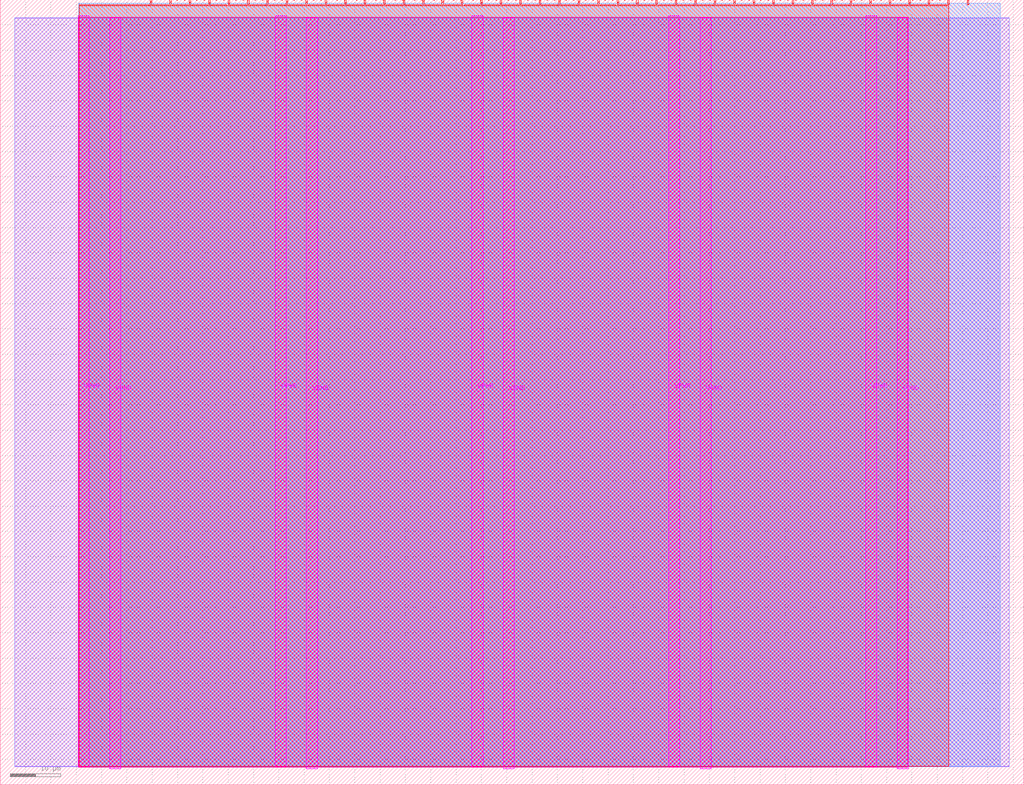
<source format=lef>
VERSION 5.7 ;
  NOWIREEXTENSIONATPIN ON ;
  DIVIDERCHAR "/" ;
  BUSBITCHARS "[]" ;
MACRO tt_um_wokwi_455297270449581057
  CLASS BLOCK ;
  FOREIGN tt_um_wokwi_455297270449581057 ;
  ORIGIN 0.000 0.000 ;
  SIZE 202.080 BY 154.980 ;
  PIN VGND
    DIRECTION INOUT ;
    USE GROUND ;
    PORT
      LAYER TopMetal1 ;
        RECT 21.580 3.150 23.780 151.420 ;
    END
    PORT
      LAYER TopMetal1 ;
        RECT 60.450 3.150 62.650 151.420 ;
    END
    PORT
      LAYER TopMetal1 ;
        RECT 99.320 3.150 101.520 151.420 ;
    END
    PORT
      LAYER TopMetal1 ;
        RECT 138.190 3.150 140.390 151.420 ;
    END
    PORT
      LAYER TopMetal1 ;
        RECT 177.060 3.150 179.260 151.420 ;
    END
  END VGND
  PIN VPWR
    DIRECTION INOUT ;
    USE POWER ;
    PORT
      LAYER TopMetal1 ;
        RECT 15.380 3.560 17.580 151.830 ;
    END
    PORT
      LAYER TopMetal1 ;
        RECT 54.250 3.560 56.450 151.830 ;
    END
    PORT
      LAYER TopMetal1 ;
        RECT 93.120 3.560 95.320 151.830 ;
    END
    PORT
      LAYER TopMetal1 ;
        RECT 131.990 3.560 134.190 151.830 ;
    END
    PORT
      LAYER TopMetal1 ;
        RECT 170.860 3.560 173.060 151.830 ;
    END
  END VPWR
  PIN clk
    DIRECTION INPUT ;
    USE SIGNAL ;
    ANTENNAGATEAREA 0.241800 ;
    PORT
      LAYER Metal4 ;
        RECT 187.050 153.980 187.350 154.980 ;
    END
  END clk
  PIN ena
    DIRECTION INPUT ;
    USE SIGNAL ;
    PORT
      LAYER Metal4 ;
        RECT 190.890 153.980 191.190 154.980 ;
    END
  END ena
  PIN rst_n
    DIRECTION INPUT ;
    USE SIGNAL ;
    ANTENNAGATEAREA 0.180700 ;
    PORT
      LAYER Metal4 ;
        RECT 183.210 153.980 183.510 154.980 ;
    END
  END rst_n
  PIN ui_in[0]
    DIRECTION INPUT ;
    USE SIGNAL ;
    ANTENNAGATEAREA 0.180700 ;
    PORT
      LAYER Metal4 ;
        RECT 179.370 153.980 179.670 154.980 ;
    END
  END ui_in[0]
  PIN ui_in[1]
    DIRECTION INPUT ;
    USE SIGNAL ;
    ANTENNAGATEAREA 0.180700 ;
    PORT
      LAYER Metal4 ;
        RECT 175.530 153.980 175.830 154.980 ;
    END
  END ui_in[1]
  PIN ui_in[2]
    DIRECTION INPUT ;
    USE SIGNAL ;
    ANTENNAGATEAREA 0.180700 ;
    PORT
      LAYER Metal4 ;
        RECT 171.690 153.980 171.990 154.980 ;
    END
  END ui_in[2]
  PIN ui_in[3]
    DIRECTION INPUT ;
    USE SIGNAL ;
    ANTENNAGATEAREA 0.180700 ;
    PORT
      LAYER Metal4 ;
        RECT 167.850 153.980 168.150 154.980 ;
    END
  END ui_in[3]
  PIN ui_in[4]
    DIRECTION INPUT ;
    USE SIGNAL ;
    ANTENNAGATEAREA 0.180700 ;
    PORT
      LAYER Metal4 ;
        RECT 164.010 153.980 164.310 154.980 ;
    END
  END ui_in[4]
  PIN ui_in[5]
    DIRECTION INPUT ;
    USE SIGNAL ;
    ANTENNAGATEAREA 0.180700 ;
    PORT
      LAYER Metal4 ;
        RECT 160.170 153.980 160.470 154.980 ;
    END
  END ui_in[5]
  PIN ui_in[6]
    DIRECTION INPUT ;
    USE SIGNAL ;
    ANTENNAGATEAREA 0.180700 ;
    PORT
      LAYER Metal4 ;
        RECT 156.330 153.980 156.630 154.980 ;
    END
  END ui_in[6]
  PIN ui_in[7]
    DIRECTION INPUT ;
    USE SIGNAL ;
    ANTENNAGATEAREA 0.180700 ;
    PORT
      LAYER Metal4 ;
        RECT 152.490 153.980 152.790 154.980 ;
    END
  END ui_in[7]
  PIN uio_in[0]
    DIRECTION INPUT ;
    USE SIGNAL ;
    PORT
      LAYER Metal4 ;
        RECT 148.650 153.980 148.950 154.980 ;
    END
  END uio_in[0]
  PIN uio_in[1]
    DIRECTION INPUT ;
    USE SIGNAL ;
    PORT
      LAYER Metal4 ;
        RECT 144.810 153.980 145.110 154.980 ;
    END
  END uio_in[1]
  PIN uio_in[2]
    DIRECTION INPUT ;
    USE SIGNAL ;
    PORT
      LAYER Metal4 ;
        RECT 140.970 153.980 141.270 154.980 ;
    END
  END uio_in[2]
  PIN uio_in[3]
    DIRECTION INPUT ;
    USE SIGNAL ;
    PORT
      LAYER Metal4 ;
        RECT 137.130 153.980 137.430 154.980 ;
    END
  END uio_in[3]
  PIN uio_in[4]
    DIRECTION INPUT ;
    USE SIGNAL ;
    PORT
      LAYER Metal4 ;
        RECT 133.290 153.980 133.590 154.980 ;
    END
  END uio_in[4]
  PIN uio_in[5]
    DIRECTION INPUT ;
    USE SIGNAL ;
    PORT
      LAYER Metal4 ;
        RECT 129.450 153.980 129.750 154.980 ;
    END
  END uio_in[5]
  PIN uio_in[6]
    DIRECTION INPUT ;
    USE SIGNAL ;
    PORT
      LAYER Metal4 ;
        RECT 125.610 153.980 125.910 154.980 ;
    END
  END uio_in[6]
  PIN uio_in[7]
    DIRECTION INPUT ;
    USE SIGNAL ;
    PORT
      LAYER Metal4 ;
        RECT 121.770 153.980 122.070 154.980 ;
    END
  END uio_in[7]
  PIN uio_oe[0]
    DIRECTION OUTPUT ;
    USE SIGNAL ;
    ANTENNADIFFAREA 0.299200 ;
    PORT
      LAYER Metal4 ;
        RECT 56.490 153.980 56.790 154.980 ;
    END
  END uio_oe[0]
  PIN uio_oe[1]
    DIRECTION OUTPUT ;
    USE SIGNAL ;
    ANTENNADIFFAREA 0.299200 ;
    PORT
      LAYER Metal4 ;
        RECT 52.650 153.980 52.950 154.980 ;
    END
  END uio_oe[1]
  PIN uio_oe[2]
    DIRECTION OUTPUT ;
    USE SIGNAL ;
    ANTENNADIFFAREA 0.299200 ;
    PORT
      LAYER Metal4 ;
        RECT 48.810 153.980 49.110 154.980 ;
    END
  END uio_oe[2]
  PIN uio_oe[3]
    DIRECTION OUTPUT ;
    USE SIGNAL ;
    ANTENNADIFFAREA 0.299200 ;
    PORT
      LAYER Metal4 ;
        RECT 44.970 153.980 45.270 154.980 ;
    END
  END uio_oe[3]
  PIN uio_oe[4]
    DIRECTION OUTPUT ;
    USE SIGNAL ;
    ANTENNADIFFAREA 0.299200 ;
    PORT
      LAYER Metal4 ;
        RECT 41.130 153.980 41.430 154.980 ;
    END
  END uio_oe[4]
  PIN uio_oe[5]
    DIRECTION OUTPUT ;
    USE SIGNAL ;
    ANTENNADIFFAREA 0.299200 ;
    PORT
      LAYER Metal4 ;
        RECT 37.290 153.980 37.590 154.980 ;
    END
  END uio_oe[5]
  PIN uio_oe[6]
    DIRECTION OUTPUT ;
    USE SIGNAL ;
    ANTENNADIFFAREA 0.299200 ;
    PORT
      LAYER Metal4 ;
        RECT 33.450 153.980 33.750 154.980 ;
    END
  END uio_oe[6]
  PIN uio_oe[7]
    DIRECTION OUTPUT ;
    USE SIGNAL ;
    ANTENNADIFFAREA 0.299200 ;
    PORT
      LAYER Metal4 ;
        RECT 29.610 153.980 29.910 154.980 ;
    END
  END uio_oe[7]
  PIN uio_out[0]
    DIRECTION OUTPUT ;
    USE SIGNAL ;
    ANTENNADIFFAREA 0.299200 ;
    PORT
      LAYER Metal4 ;
        RECT 87.210 153.980 87.510 154.980 ;
    END
  END uio_out[0]
  PIN uio_out[1]
    DIRECTION OUTPUT ;
    USE SIGNAL ;
    ANTENNADIFFAREA 0.299200 ;
    PORT
      LAYER Metal4 ;
        RECT 83.370 153.980 83.670 154.980 ;
    END
  END uio_out[1]
  PIN uio_out[2]
    DIRECTION OUTPUT ;
    USE SIGNAL ;
    ANTENNADIFFAREA 0.299200 ;
    PORT
      LAYER Metal4 ;
        RECT 79.530 153.980 79.830 154.980 ;
    END
  END uio_out[2]
  PIN uio_out[3]
    DIRECTION OUTPUT ;
    USE SIGNAL ;
    ANTENNADIFFAREA 0.299200 ;
    PORT
      LAYER Metal4 ;
        RECT 75.690 153.980 75.990 154.980 ;
    END
  END uio_out[3]
  PIN uio_out[4]
    DIRECTION OUTPUT ;
    USE SIGNAL ;
    ANTENNADIFFAREA 0.299200 ;
    PORT
      LAYER Metal4 ;
        RECT 71.850 153.980 72.150 154.980 ;
    END
  END uio_out[4]
  PIN uio_out[5]
    DIRECTION OUTPUT ;
    USE SIGNAL ;
    ANTENNADIFFAREA 0.299200 ;
    PORT
      LAYER Metal4 ;
        RECT 68.010 153.980 68.310 154.980 ;
    END
  END uio_out[5]
  PIN uio_out[6]
    DIRECTION OUTPUT ;
    USE SIGNAL ;
    ANTENNADIFFAREA 0.299200 ;
    PORT
      LAYER Metal4 ;
        RECT 64.170 153.980 64.470 154.980 ;
    END
  END uio_out[6]
  PIN uio_out[7]
    DIRECTION OUTPUT ;
    USE SIGNAL ;
    ANTENNADIFFAREA 0.299200 ;
    PORT
      LAYER Metal4 ;
        RECT 60.330 153.980 60.630 154.980 ;
    END
  END uio_out[7]
  PIN uo_out[0]
    DIRECTION OUTPUT ;
    USE SIGNAL ;
    ANTENNADIFFAREA 0.708600 ;
    PORT
      LAYER Metal4 ;
        RECT 117.930 153.980 118.230 154.980 ;
    END
  END uo_out[0]
  PIN uo_out[1]
    DIRECTION OUTPUT ;
    USE SIGNAL ;
    ANTENNADIFFAREA 0.299200 ;
    PORT
      LAYER Metal4 ;
        RECT 114.090 153.980 114.390 154.980 ;
    END
  END uo_out[1]
  PIN uo_out[2]
    DIRECTION OUTPUT ;
    USE SIGNAL ;
    ANTENNADIFFAREA 0.299200 ;
    PORT
      LAYER Metal4 ;
        RECT 110.250 153.980 110.550 154.980 ;
    END
  END uo_out[2]
  PIN uo_out[3]
    DIRECTION OUTPUT ;
    USE SIGNAL ;
    ANTENNADIFFAREA 0.299200 ;
    PORT
      LAYER Metal4 ;
        RECT 106.410 153.980 106.710 154.980 ;
    END
  END uo_out[3]
  PIN uo_out[4]
    DIRECTION OUTPUT ;
    USE SIGNAL ;
    ANTENNADIFFAREA 0.299200 ;
    PORT
      LAYER Metal4 ;
        RECT 102.570 153.980 102.870 154.980 ;
    END
  END uo_out[4]
  PIN uo_out[5]
    DIRECTION OUTPUT ;
    USE SIGNAL ;
    ANTENNADIFFAREA 0.299200 ;
    PORT
      LAYER Metal4 ;
        RECT 98.730 153.980 99.030 154.980 ;
    END
  END uo_out[5]
  PIN uo_out[6]
    DIRECTION OUTPUT ;
    USE SIGNAL ;
    ANTENNADIFFAREA 0.299200 ;
    PORT
      LAYER Metal4 ;
        RECT 94.890 153.980 95.190 154.980 ;
    END
  END uo_out[6]
  PIN uo_out[7]
    DIRECTION OUTPUT ;
    USE SIGNAL ;
    ANTENNADIFFAREA 0.299200 ;
    PORT
      LAYER Metal4 ;
        RECT 91.050 153.980 91.350 154.980 ;
    END
  END uo_out[7]
  OBS
      LAYER GatPoly ;
        RECT 2.880 3.630 199.200 151.350 ;
      LAYER Metal1 ;
        RECT 2.880 3.560 199.200 151.420 ;
      LAYER Metal2 ;
        RECT 15.560 3.635 197.385 154.285 ;
      LAYER Metal3 ;
        RECT 15.515 3.680 197.425 154.240 ;
      LAYER Metal4 ;
        RECT 15.560 153.770 29.400 153.980 ;
        RECT 30.120 153.770 33.240 153.980 ;
        RECT 33.960 153.770 37.080 153.980 ;
        RECT 37.800 153.770 40.920 153.980 ;
        RECT 41.640 153.770 44.760 153.980 ;
        RECT 45.480 153.770 48.600 153.980 ;
        RECT 49.320 153.770 52.440 153.980 ;
        RECT 53.160 153.770 56.280 153.980 ;
        RECT 57.000 153.770 60.120 153.980 ;
        RECT 60.840 153.770 63.960 153.980 ;
        RECT 64.680 153.770 67.800 153.980 ;
        RECT 68.520 153.770 71.640 153.980 ;
        RECT 72.360 153.770 75.480 153.980 ;
        RECT 76.200 153.770 79.320 153.980 ;
        RECT 80.040 153.770 83.160 153.980 ;
        RECT 83.880 153.770 87.000 153.980 ;
        RECT 87.720 153.770 90.840 153.980 ;
        RECT 91.560 153.770 94.680 153.980 ;
        RECT 95.400 153.770 98.520 153.980 ;
        RECT 99.240 153.770 102.360 153.980 ;
        RECT 103.080 153.770 106.200 153.980 ;
        RECT 106.920 153.770 110.040 153.980 ;
        RECT 110.760 153.770 113.880 153.980 ;
        RECT 114.600 153.770 117.720 153.980 ;
        RECT 118.440 153.770 121.560 153.980 ;
        RECT 122.280 153.770 125.400 153.980 ;
        RECT 126.120 153.770 129.240 153.980 ;
        RECT 129.960 153.770 133.080 153.980 ;
        RECT 133.800 153.770 136.920 153.980 ;
        RECT 137.640 153.770 140.760 153.980 ;
        RECT 141.480 153.770 144.600 153.980 ;
        RECT 145.320 153.770 148.440 153.980 ;
        RECT 149.160 153.770 152.280 153.980 ;
        RECT 153.000 153.770 156.120 153.980 ;
        RECT 156.840 153.770 159.960 153.980 ;
        RECT 160.680 153.770 163.800 153.980 ;
        RECT 164.520 153.770 167.640 153.980 ;
        RECT 168.360 153.770 171.480 153.980 ;
        RECT 172.200 153.770 175.320 153.980 ;
        RECT 176.040 153.770 179.160 153.980 ;
        RECT 179.880 153.770 183.000 153.980 ;
        RECT 183.720 153.770 186.840 153.980 ;
        RECT 15.560 3.635 187.300 153.770 ;
      LAYER Metal5 ;
        RECT 15.515 3.470 179.125 151.510 ;
  END
END tt_um_wokwi_455297270449581057
END LIBRARY


</source>
